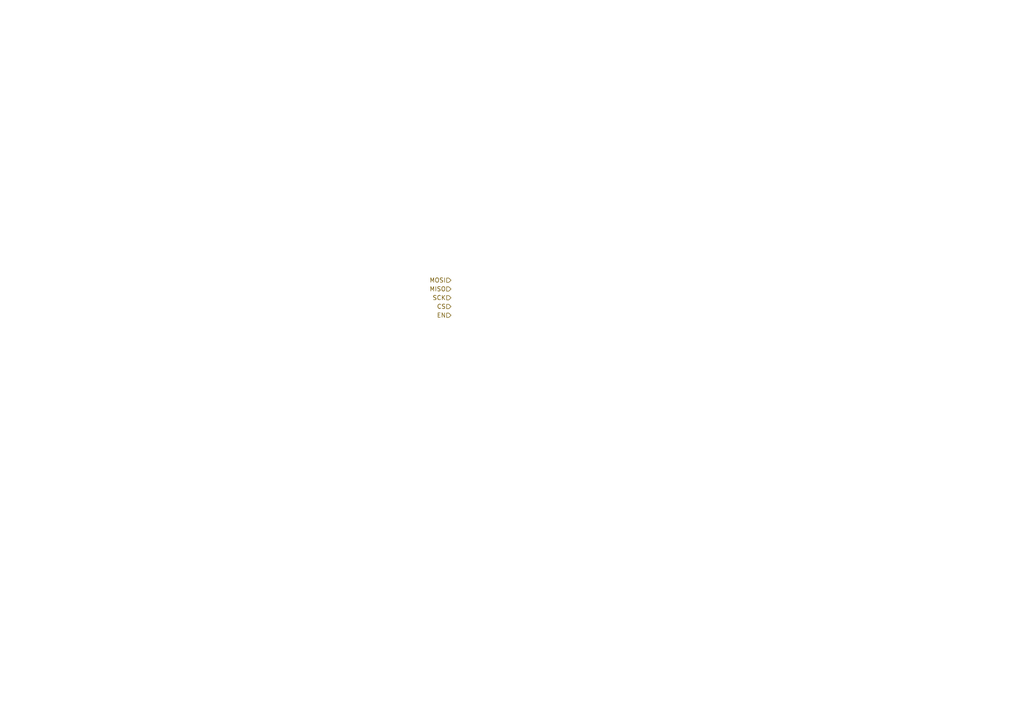
<source format=kicad_sch>
(kicad_sch
	(version 20250114)
	(generator "eeschema")
	(generator_version "9.0")
	(uuid "1733062c-8f7d-4601-810e-976016eacb41")
	(paper "A4")
	(lib_symbols)
	(hierarchical_label "CS"
		(shape input)
		(at 130.81 88.9 180)
		(effects
			(font
				(size 1.27 1.27)
			)
			(justify right)
		)
		(uuid "3d640637-55be-49e5-9428-e04e95d2d2fd")
	)
	(hierarchical_label "EN"
		(shape input)
		(at 130.81 91.44 180)
		(effects
			(font
				(size 1.27 1.27)
			)
			(justify right)
		)
		(uuid "3d640637-55be-49e5-9428-e04e95d2d2fe")
	)
	(hierarchical_label "MOSI"
		(shape input)
		(at 130.81 81.28 180)
		(effects
			(font
				(size 1.27 1.27)
			)
			(justify right)
		)
		(uuid "3d640637-55be-49e5-9428-e04e95d2d2ff")
	)
	(hierarchical_label "MISO"
		(shape input)
		(at 130.81 83.82 180)
		(effects
			(font
				(size 1.27 1.27)
			)
			(justify right)
		)
		(uuid "3d640637-55be-49e5-9428-e04e95d2d300")
	)
	(hierarchical_label "SCK"
		(shape input)
		(at 130.81 86.36 180)
		(effects
			(font
				(size 1.27 1.27)
			)
			(justify right)
		)
		(uuid "3d640637-55be-49e5-9428-e04e95d2d301")
	)
)

</source>
